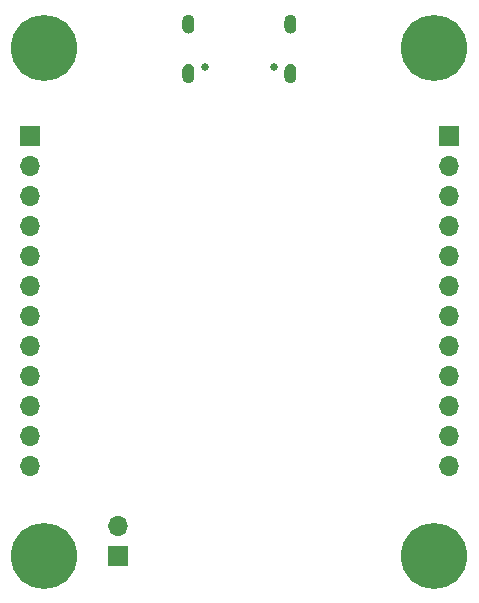
<source format=gbr>
G04 #@! TF.GenerationSoftware,KiCad,Pcbnew,(5.1.5)-3*
G04 #@! TF.CreationDate,2021-01-12T11:35:30+02:00*
G04 #@! TF.ProjectId,ft232h,66743233-3268-42e6-9b69-6361645f7063,rev?*
G04 #@! TF.SameCoordinates,Original*
G04 #@! TF.FileFunction,Soldermask,Bot*
G04 #@! TF.FilePolarity,Negative*
%FSLAX46Y46*%
G04 Gerber Fmt 4.6, Leading zero omitted, Abs format (unit mm)*
G04 Created by KiCad (PCBNEW (5.1.5)-3) date 2021-01-12 11:35:30*
%MOMM*%
%LPD*%
G04 APERTURE LIST*
%ADD10O,1.700000X1.700000*%
%ADD11R,1.700000X1.700000*%
%ADD12C,0.670000*%
%ADD13C,0.100000*%
%ADD14C,5.600000*%
G04 APERTURE END LIST*
D10*
G04 #@! TO.C,J4*
X168250000Y-100440000D03*
X168250000Y-97900000D03*
X168250000Y-95360000D03*
X168250000Y-92820000D03*
X168250000Y-90280000D03*
X168250000Y-87740000D03*
X168250000Y-85200000D03*
X168250000Y-82660000D03*
X168250000Y-80120000D03*
X168250000Y-77580000D03*
X168250000Y-75040000D03*
D11*
X168250000Y-72500000D03*
G04 #@! TD*
D10*
G04 #@! TO.C,J3*
X132750000Y-100440000D03*
X132750000Y-97900000D03*
X132750000Y-95360000D03*
X132750000Y-92820000D03*
X132750000Y-90280000D03*
X132750000Y-87740000D03*
X132750000Y-85200000D03*
X132750000Y-82660000D03*
X132750000Y-80120000D03*
X132750000Y-77580000D03*
X132750000Y-75040000D03*
D11*
X132750000Y-72500000D03*
G04 #@! TD*
D10*
G04 #@! TO.C,JP1*
X140250000Y-105460000D03*
D11*
X140250000Y-108000000D03*
G04 #@! TD*
D12*
G04 #@! TO.C,J2*
X147600000Y-66650000D03*
X153400000Y-66650000D03*
D13*
G36*
X154869010Y-62202408D02*
G01*
X154917546Y-62209607D01*
X154965143Y-62221530D01*
X155011343Y-62238060D01*
X155055699Y-62259039D01*
X155097786Y-62284265D01*
X155137198Y-62313495D01*
X155173554Y-62346447D01*
X155206506Y-62382803D01*
X155235736Y-62422215D01*
X155260962Y-62464302D01*
X155281941Y-62508658D01*
X155298471Y-62554858D01*
X155310394Y-62602455D01*
X155317593Y-62650991D01*
X155320001Y-62700000D01*
X155320001Y-63300000D01*
X155317593Y-63349009D01*
X155310394Y-63397545D01*
X155298471Y-63445142D01*
X155281941Y-63491342D01*
X155260962Y-63535698D01*
X155235736Y-63577785D01*
X155206506Y-63617197D01*
X155173554Y-63653553D01*
X155137198Y-63686505D01*
X155097786Y-63715735D01*
X155055699Y-63740961D01*
X155011343Y-63761940D01*
X154965143Y-63778470D01*
X154917546Y-63790393D01*
X154869010Y-63797592D01*
X154820001Y-63800000D01*
X154819999Y-63800000D01*
X154770990Y-63797592D01*
X154722454Y-63790393D01*
X154674857Y-63778470D01*
X154628657Y-63761940D01*
X154584301Y-63740961D01*
X154542214Y-63715735D01*
X154502802Y-63686505D01*
X154466446Y-63653553D01*
X154433494Y-63617197D01*
X154404264Y-63577785D01*
X154379038Y-63535698D01*
X154358059Y-63491342D01*
X154341529Y-63445142D01*
X154329606Y-63397545D01*
X154322407Y-63349009D01*
X154319999Y-63300000D01*
X154319999Y-62700000D01*
X154322407Y-62650991D01*
X154329606Y-62602455D01*
X154341529Y-62554858D01*
X154358059Y-62508658D01*
X154379038Y-62464302D01*
X154404264Y-62422215D01*
X154433494Y-62382803D01*
X154466446Y-62346447D01*
X154502802Y-62313495D01*
X154542214Y-62284265D01*
X154584301Y-62259039D01*
X154628657Y-62238060D01*
X154674857Y-62221530D01*
X154722454Y-62209607D01*
X154770990Y-62202408D01*
X154819999Y-62200000D01*
X154820001Y-62200000D01*
X154869010Y-62202408D01*
G37*
G36*
X146229010Y-62202408D02*
G01*
X146277546Y-62209607D01*
X146325143Y-62221530D01*
X146371343Y-62238060D01*
X146415699Y-62259039D01*
X146457786Y-62284265D01*
X146497198Y-62313495D01*
X146533554Y-62346447D01*
X146566506Y-62382803D01*
X146595736Y-62422215D01*
X146620962Y-62464302D01*
X146641941Y-62508658D01*
X146658471Y-62554858D01*
X146670394Y-62602455D01*
X146677593Y-62650991D01*
X146680001Y-62700000D01*
X146680001Y-63300000D01*
X146677593Y-63349009D01*
X146670394Y-63397545D01*
X146658471Y-63445142D01*
X146641941Y-63491342D01*
X146620962Y-63535698D01*
X146595736Y-63577785D01*
X146566506Y-63617197D01*
X146533554Y-63653553D01*
X146497198Y-63686505D01*
X146457786Y-63715735D01*
X146415699Y-63740961D01*
X146371343Y-63761940D01*
X146325143Y-63778470D01*
X146277546Y-63790393D01*
X146229010Y-63797592D01*
X146180001Y-63800000D01*
X146179999Y-63800000D01*
X146130990Y-63797592D01*
X146082454Y-63790393D01*
X146034857Y-63778470D01*
X145988657Y-63761940D01*
X145944301Y-63740961D01*
X145902214Y-63715735D01*
X145862802Y-63686505D01*
X145826446Y-63653553D01*
X145793494Y-63617197D01*
X145764264Y-63577785D01*
X145739038Y-63535698D01*
X145718059Y-63491342D01*
X145701529Y-63445142D01*
X145689606Y-63397545D01*
X145682407Y-63349009D01*
X145679999Y-63300000D01*
X145679999Y-62700000D01*
X145682407Y-62650991D01*
X145689606Y-62602455D01*
X145701529Y-62554858D01*
X145718059Y-62508658D01*
X145739038Y-62464302D01*
X145764264Y-62422215D01*
X145793494Y-62382803D01*
X145826446Y-62346447D01*
X145862802Y-62313495D01*
X145902214Y-62284265D01*
X145944301Y-62259039D01*
X145988657Y-62238060D01*
X146034857Y-62221530D01*
X146082454Y-62209607D01*
X146130990Y-62202408D01*
X146179999Y-62200000D01*
X146180001Y-62200000D01*
X146229010Y-62202408D01*
G37*
G36*
X146229010Y-66382408D02*
G01*
X146277546Y-66389607D01*
X146325143Y-66401530D01*
X146371343Y-66418060D01*
X146415699Y-66439039D01*
X146457786Y-66464265D01*
X146497198Y-66493495D01*
X146533554Y-66526447D01*
X146566506Y-66562803D01*
X146595736Y-66602215D01*
X146620962Y-66644302D01*
X146641941Y-66688658D01*
X146658471Y-66734858D01*
X146670394Y-66782455D01*
X146677593Y-66830991D01*
X146680001Y-66880000D01*
X146680001Y-67480000D01*
X146677593Y-67529009D01*
X146670394Y-67577545D01*
X146658471Y-67625142D01*
X146641941Y-67671342D01*
X146620962Y-67715698D01*
X146595736Y-67757785D01*
X146566506Y-67797197D01*
X146533554Y-67833553D01*
X146497198Y-67866505D01*
X146457786Y-67895735D01*
X146415699Y-67920961D01*
X146371343Y-67941940D01*
X146325143Y-67958470D01*
X146277546Y-67970393D01*
X146229010Y-67977592D01*
X146180001Y-67980000D01*
X146179999Y-67980000D01*
X146130990Y-67977592D01*
X146082454Y-67970393D01*
X146034857Y-67958470D01*
X145988657Y-67941940D01*
X145944301Y-67920961D01*
X145902214Y-67895735D01*
X145862802Y-67866505D01*
X145826446Y-67833553D01*
X145793494Y-67797197D01*
X145764264Y-67757785D01*
X145739038Y-67715698D01*
X145718059Y-67671342D01*
X145701529Y-67625142D01*
X145689606Y-67577545D01*
X145682407Y-67529009D01*
X145679999Y-67480000D01*
X145679999Y-66880000D01*
X145682407Y-66830991D01*
X145689606Y-66782455D01*
X145701529Y-66734858D01*
X145718059Y-66688658D01*
X145739038Y-66644302D01*
X145764264Y-66602215D01*
X145793494Y-66562803D01*
X145826446Y-66526447D01*
X145862802Y-66493495D01*
X145902214Y-66464265D01*
X145944301Y-66439039D01*
X145988657Y-66418060D01*
X146034857Y-66401530D01*
X146082454Y-66389607D01*
X146130990Y-66382408D01*
X146179999Y-66380000D01*
X146180001Y-66380000D01*
X146229010Y-66382408D01*
G37*
G36*
X154869010Y-66382408D02*
G01*
X154917546Y-66389607D01*
X154965143Y-66401530D01*
X155011343Y-66418060D01*
X155055699Y-66439039D01*
X155097786Y-66464265D01*
X155137198Y-66493495D01*
X155173554Y-66526447D01*
X155206506Y-66562803D01*
X155235736Y-66602215D01*
X155260962Y-66644302D01*
X155281941Y-66688658D01*
X155298471Y-66734858D01*
X155310394Y-66782455D01*
X155317593Y-66830991D01*
X155320001Y-66880000D01*
X155320001Y-67480000D01*
X155317593Y-67529009D01*
X155310394Y-67577545D01*
X155298471Y-67625142D01*
X155281941Y-67671342D01*
X155260962Y-67715698D01*
X155235736Y-67757785D01*
X155206506Y-67797197D01*
X155173554Y-67833553D01*
X155137198Y-67866505D01*
X155097786Y-67895735D01*
X155055699Y-67920961D01*
X155011343Y-67941940D01*
X154965143Y-67958470D01*
X154917546Y-67970393D01*
X154869010Y-67977592D01*
X154820001Y-67980000D01*
X154819999Y-67980000D01*
X154770990Y-67977592D01*
X154722454Y-67970393D01*
X154674857Y-67958470D01*
X154628657Y-67941940D01*
X154584301Y-67920961D01*
X154542214Y-67895735D01*
X154502802Y-67866505D01*
X154466446Y-67833553D01*
X154433494Y-67797197D01*
X154404264Y-67757785D01*
X154379038Y-67715698D01*
X154358059Y-67671342D01*
X154341529Y-67625142D01*
X154329606Y-67577545D01*
X154322407Y-67529009D01*
X154319999Y-67480000D01*
X154319999Y-66880000D01*
X154322407Y-66830991D01*
X154329606Y-66782455D01*
X154341529Y-66734858D01*
X154358059Y-66688658D01*
X154379038Y-66644302D01*
X154404264Y-66602215D01*
X154433494Y-66562803D01*
X154466446Y-66526447D01*
X154502802Y-66493495D01*
X154542214Y-66464265D01*
X154584301Y-66439039D01*
X154628657Y-66418060D01*
X154674857Y-66401530D01*
X154722454Y-66389607D01*
X154770990Y-66382408D01*
X154819999Y-66380000D01*
X154820001Y-66380000D01*
X154869010Y-66382408D01*
G37*
G04 #@! TD*
D14*
G04 #@! TO.C,H4*
X134000000Y-108000000D03*
G04 #@! TD*
G04 #@! TO.C,H3*
X167000000Y-108000000D03*
G04 #@! TD*
G04 #@! TO.C,H2*
X167000000Y-65000000D03*
G04 #@! TD*
G04 #@! TO.C,H1*
X134000000Y-65000000D03*
G04 #@! TD*
M02*

</source>
